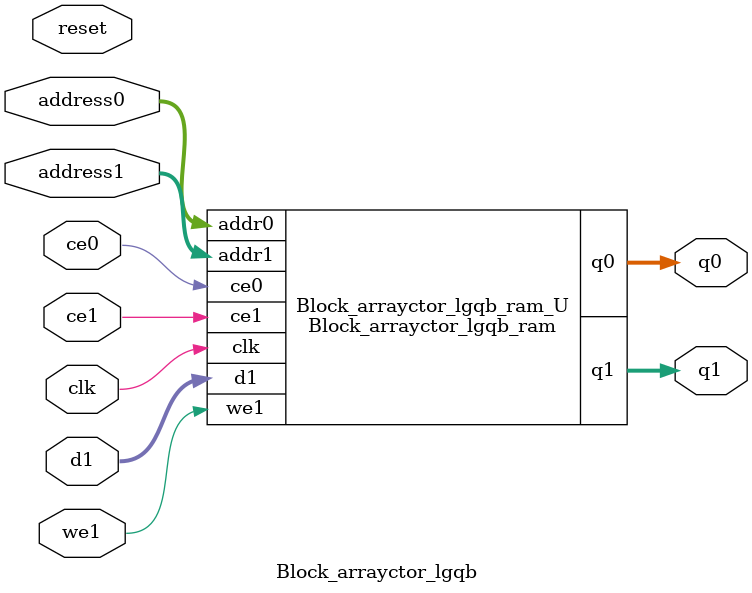
<source format=v>
`timescale 1 ns / 1 ps
module Block_arrayctor_lgqb_ram (addr0, ce0, q0, addr1, ce1, d1, we1, q1,  clk);

parameter DWIDTH = 5;
parameter AWIDTH = 5;
parameter MEM_SIZE = 22;

input[AWIDTH-1:0] addr0;
input ce0;
output reg[DWIDTH-1:0] q0;
input[AWIDTH-1:0] addr1;
input ce1;
input[DWIDTH-1:0] d1;
input we1;
output reg[DWIDTH-1:0] q1;
input clk;

(* ram_style = "distributed" *)reg [DWIDTH-1:0] ram[0:MEM_SIZE-1];




always @(posedge clk)  
begin 
    if (ce0) begin
        q0 <= ram[addr0];
    end
end


always @(posedge clk)  
begin 
    if (ce1) begin
        if (we1) 
            ram[addr1] <= d1; 
        q1 <= ram[addr1];
    end
end


endmodule

`timescale 1 ns / 1 ps
module Block_arrayctor_lgqb(
    reset,
    clk,
    address0,
    ce0,
    q0,
    address1,
    ce1,
    we1,
    d1,
    q1);

parameter DataWidth = 32'd5;
parameter AddressRange = 32'd22;
parameter AddressWidth = 32'd5;
input reset;
input clk;
input[AddressWidth - 1:0] address0;
input ce0;
output[DataWidth - 1:0] q0;
input[AddressWidth - 1:0] address1;
input ce1;
input we1;
input[DataWidth - 1:0] d1;
output[DataWidth - 1:0] q1;



Block_arrayctor_lgqb_ram Block_arrayctor_lgqb_ram_U(
    .clk( clk ),
    .addr0( address0 ),
    .ce0( ce0 ),
    .q0( q0 ),
    .addr1( address1 ),
    .ce1( ce1 ),
    .we1( we1 ),
    .d1( d1 ),
    .q1( q1 ));

endmodule


</source>
